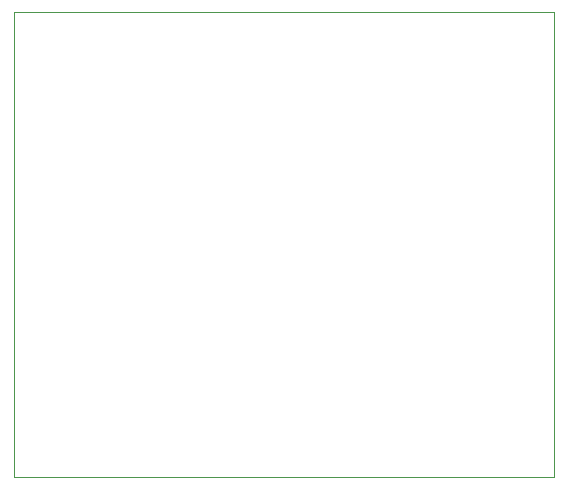
<source format=gm1>
G04 #@! TF.GenerationSoftware,KiCad,Pcbnew,(6.0.10)*
G04 #@! TF.CreationDate,2023-01-17T19:43:45-05:00*
G04 #@! TF.ProjectId,at2xt,61743278-742e-46b6-9963-61645f706362,rev?*
G04 #@! TF.SameCoordinates,PX9fdfbc0PY31a8670*
G04 #@! TF.FileFunction,Profile,NP*
%FSLAX46Y46*%
G04 Gerber Fmt 4.6, Leading zero omitted, Abs format (unit mm)*
G04 Created by KiCad (PCBNEW (6.0.10)) date 2023-01-17 19:43:45*
%MOMM*%
%LPD*%
G01*
G04 APERTURE LIST*
G04 #@! TA.AperFunction,Profile*
%ADD10C,0.100000*%
G04 #@! TD*
G04 APERTURE END LIST*
D10*
X0Y0D02*
X-45720000Y0D01*
X0Y-39370000D02*
X0Y0D01*
X-45720000Y-39370000D02*
X0Y-39370000D01*
X-45720000Y0D02*
X-45720000Y-39370000D01*
M02*

</source>
